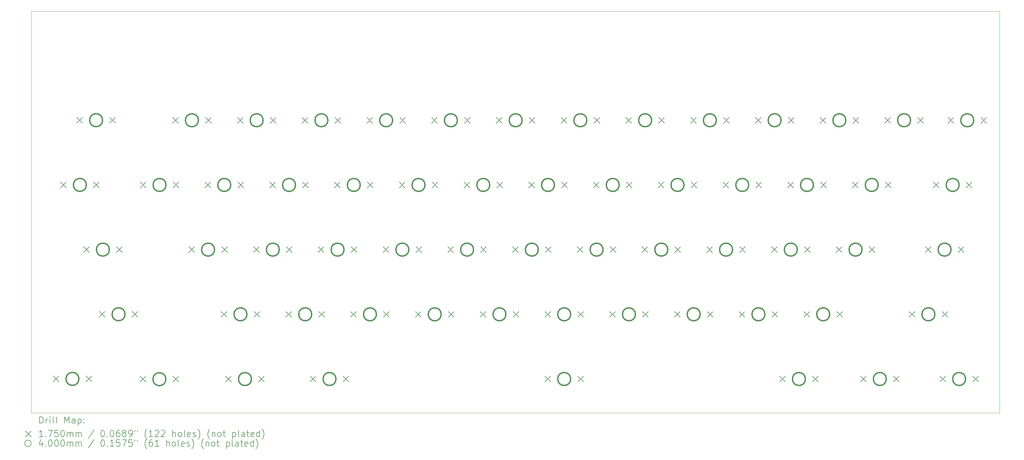
<source format=gbr>
%TF.GenerationSoftware,KiCad,Pcbnew,(6.0.7)*%
%TF.CreationDate,2022-09-06T07:40:20-07:00*%
%TF.ProjectId,60 Percent Keyboard Ardiuno Micro,36302050-6572-4636-956e-74204b657962,rev?*%
%TF.SameCoordinates,Original*%
%TF.FileFunction,Drillmap*%
%TF.FilePolarity,Positive*%
%FSLAX45Y45*%
G04 Gerber Fmt 4.5, Leading zero omitted, Abs format (unit mm)*
G04 Created by KiCad (PCBNEW (6.0.7)) date 2022-09-06 07:40:20*
%MOMM*%
%LPD*%
G01*
G04 APERTURE LIST*
%ADD10C,0.100000*%
%ADD11C,0.200000*%
%ADD12C,0.175000*%
%ADD13C,0.400000*%
G04 APERTURE END LIST*
D10*
X29790000Y-33823000D02*
X-120000Y-33823000D01*
X-120000Y-33823000D02*
X-120000Y-21400000D01*
X-120000Y-21400000D02*
X29790000Y-21400000D01*
X29790000Y-21400000D02*
X29790000Y-33823000D01*
D11*
D12*
X553500Y-32682500D02*
X728500Y-32857500D01*
X728500Y-32682500D02*
X553500Y-32857500D01*
X783500Y-26683500D02*
X958500Y-26858500D01*
X958500Y-26683500D02*
X783500Y-26858500D01*
X1284500Y-24683500D02*
X1459500Y-24858500D01*
X1459500Y-24683500D02*
X1284500Y-24858500D01*
X1494500Y-28685500D02*
X1669500Y-28860500D01*
X1669500Y-28685500D02*
X1494500Y-28860500D01*
X1569500Y-32682500D02*
X1744500Y-32857500D01*
X1744500Y-32682500D02*
X1569500Y-32857500D01*
X1799500Y-26683500D02*
X1974500Y-26858500D01*
X1974500Y-26683500D02*
X1799500Y-26858500D01*
X1978500Y-30683500D02*
X2153500Y-30858500D01*
X2153500Y-30683500D02*
X1978500Y-30858500D01*
X2300500Y-24683500D02*
X2475500Y-24858500D01*
X2475500Y-24683500D02*
X2300500Y-24858500D01*
X2510500Y-28685500D02*
X2685500Y-28860500D01*
X2685500Y-28685500D02*
X2510500Y-28860500D01*
X2994500Y-30683500D02*
X3169500Y-30858500D01*
X3169500Y-30683500D02*
X2994500Y-30858500D01*
X3239500Y-32691500D02*
X3414500Y-32866500D01*
X3414500Y-32691500D02*
X3239500Y-32866500D01*
X3244500Y-26685500D02*
X3419500Y-26860500D01*
X3419500Y-26685500D02*
X3244500Y-26860500D01*
X4244500Y-24685500D02*
X4419500Y-24860500D01*
X4419500Y-24685500D02*
X4244500Y-24860500D01*
X4255500Y-32691500D02*
X4430500Y-32866500D01*
X4430500Y-32691500D02*
X4255500Y-32866500D01*
X4260500Y-26685500D02*
X4435500Y-26860500D01*
X4435500Y-26685500D02*
X4260500Y-26860500D01*
X4744500Y-28685500D02*
X4919500Y-28860500D01*
X4919500Y-28685500D02*
X4744500Y-28860500D01*
X5244500Y-26685500D02*
X5419500Y-26860500D01*
X5419500Y-26685500D02*
X5244500Y-26860500D01*
X5260500Y-24685500D02*
X5435500Y-24860500D01*
X5435500Y-24685500D02*
X5260500Y-24860500D01*
X5744500Y-30685500D02*
X5919500Y-30860500D01*
X5919500Y-30685500D02*
X5744500Y-30860500D01*
X5760500Y-28685500D02*
X5935500Y-28860500D01*
X5935500Y-28685500D02*
X5760500Y-28860500D01*
X5883500Y-32687500D02*
X6058500Y-32862500D01*
X6058500Y-32687500D02*
X5883500Y-32862500D01*
X6244500Y-24685500D02*
X6419500Y-24860500D01*
X6419500Y-24685500D02*
X6244500Y-24860500D01*
X6260500Y-26685500D02*
X6435500Y-26860500D01*
X6435500Y-26685500D02*
X6260500Y-26860500D01*
X6744500Y-28685500D02*
X6919500Y-28860500D01*
X6919500Y-28685500D02*
X6744500Y-28860500D01*
X6760500Y-30685500D02*
X6935500Y-30860500D01*
X6935500Y-30685500D02*
X6760500Y-30860500D01*
X6899500Y-32687500D02*
X7074500Y-32862500D01*
X7074500Y-32687500D02*
X6899500Y-32862500D01*
X7244500Y-26685500D02*
X7419500Y-26860500D01*
X7419500Y-26685500D02*
X7244500Y-26860500D01*
X7260500Y-24685500D02*
X7435500Y-24860500D01*
X7435500Y-24685500D02*
X7260500Y-24860500D01*
X7744500Y-30685500D02*
X7919500Y-30860500D01*
X7919500Y-30685500D02*
X7744500Y-30860500D01*
X7760500Y-28685500D02*
X7935500Y-28860500D01*
X7935500Y-28685500D02*
X7760500Y-28860500D01*
X8244500Y-24685500D02*
X8419500Y-24860500D01*
X8419500Y-24685500D02*
X8244500Y-24860500D01*
X8260500Y-26685500D02*
X8435500Y-26860500D01*
X8435500Y-26685500D02*
X8260500Y-26860500D01*
X8494500Y-32685500D02*
X8669500Y-32860500D01*
X8669500Y-32685500D02*
X8494500Y-32860500D01*
X8744500Y-28685500D02*
X8919500Y-28860500D01*
X8919500Y-28685500D02*
X8744500Y-28860500D01*
X8760500Y-30685500D02*
X8935500Y-30860500D01*
X8935500Y-30685500D02*
X8760500Y-30860500D01*
X9244500Y-26685500D02*
X9419500Y-26860500D01*
X9419500Y-26685500D02*
X9244500Y-26860500D01*
X9260500Y-24685500D02*
X9435500Y-24860500D01*
X9435500Y-24685500D02*
X9260500Y-24860500D01*
X9510500Y-32685500D02*
X9685500Y-32860500D01*
X9685500Y-32685500D02*
X9510500Y-32860500D01*
X9744500Y-30685500D02*
X9919500Y-30860500D01*
X9919500Y-30685500D02*
X9744500Y-30860500D01*
X9760500Y-28685500D02*
X9935500Y-28860500D01*
X9935500Y-28685500D02*
X9760500Y-28860500D01*
X10244500Y-24685500D02*
X10419500Y-24860500D01*
X10419500Y-24685500D02*
X10244500Y-24860500D01*
X10260500Y-26685500D02*
X10435500Y-26860500D01*
X10435500Y-26685500D02*
X10260500Y-26860500D01*
X10744500Y-28685500D02*
X10919500Y-28860500D01*
X10919500Y-28685500D02*
X10744500Y-28860500D01*
X10760500Y-30685500D02*
X10935500Y-30860500D01*
X10935500Y-30685500D02*
X10760500Y-30860500D01*
X11244500Y-26685500D02*
X11419500Y-26860500D01*
X11419500Y-26685500D02*
X11244500Y-26860500D01*
X11260500Y-24685500D02*
X11435500Y-24860500D01*
X11435500Y-24685500D02*
X11260500Y-24860500D01*
X11744500Y-30685500D02*
X11919500Y-30860500D01*
X11919500Y-30685500D02*
X11744500Y-30860500D01*
X11760500Y-28685500D02*
X11935500Y-28860500D01*
X11935500Y-28685500D02*
X11760500Y-28860500D01*
X12244500Y-24685500D02*
X12419500Y-24860500D01*
X12419500Y-24685500D02*
X12244500Y-24860500D01*
X12260500Y-26685500D02*
X12435500Y-26860500D01*
X12435500Y-26685500D02*
X12260500Y-26860500D01*
X12744500Y-28685500D02*
X12919500Y-28860500D01*
X12919500Y-28685500D02*
X12744500Y-28860500D01*
X12760500Y-30685500D02*
X12935500Y-30860500D01*
X12935500Y-30685500D02*
X12760500Y-30860500D01*
X13244500Y-26685500D02*
X13419500Y-26860500D01*
X13419500Y-26685500D02*
X13244500Y-26860500D01*
X13260500Y-24685500D02*
X13435500Y-24860500D01*
X13435500Y-24685500D02*
X13260500Y-24860500D01*
X13744500Y-30685500D02*
X13919500Y-30860500D01*
X13919500Y-30685500D02*
X13744500Y-30860500D01*
X13760500Y-28685500D02*
X13935500Y-28860500D01*
X13935500Y-28685500D02*
X13760500Y-28860500D01*
X14244500Y-24685500D02*
X14419500Y-24860500D01*
X14419500Y-24685500D02*
X14244500Y-24860500D01*
X14260500Y-26685500D02*
X14435500Y-26860500D01*
X14435500Y-26685500D02*
X14260500Y-26860500D01*
X14744500Y-28685500D02*
X14919500Y-28860500D01*
X14919500Y-28685500D02*
X14744500Y-28860500D01*
X14760500Y-30685500D02*
X14935500Y-30860500D01*
X14935500Y-30685500D02*
X14760500Y-30860500D01*
X15244500Y-26685500D02*
X15419500Y-26860500D01*
X15419500Y-26685500D02*
X15244500Y-26860500D01*
X15260500Y-24685500D02*
X15435500Y-24860500D01*
X15435500Y-24685500D02*
X15260500Y-24860500D01*
X15744500Y-30685500D02*
X15919500Y-30860500D01*
X15919500Y-30685500D02*
X15744500Y-30860500D01*
X15744500Y-32685500D02*
X15919500Y-32860500D01*
X15919500Y-32685500D02*
X15744500Y-32860500D01*
X15760500Y-28685500D02*
X15935500Y-28860500D01*
X15935500Y-28685500D02*
X15760500Y-28860500D01*
X16244500Y-24685500D02*
X16419500Y-24860500D01*
X16419500Y-24685500D02*
X16244500Y-24860500D01*
X16260500Y-26685500D02*
X16435500Y-26860500D01*
X16435500Y-26685500D02*
X16260500Y-26860500D01*
X16744500Y-28685500D02*
X16919500Y-28860500D01*
X16919500Y-28685500D02*
X16744500Y-28860500D01*
X16760500Y-30685500D02*
X16935500Y-30860500D01*
X16935500Y-30685500D02*
X16760500Y-30860500D01*
X16760500Y-32685500D02*
X16935500Y-32860500D01*
X16935500Y-32685500D02*
X16760500Y-32860500D01*
X17244500Y-26685500D02*
X17419500Y-26860500D01*
X17419500Y-26685500D02*
X17244500Y-26860500D01*
X17260500Y-24685500D02*
X17435500Y-24860500D01*
X17435500Y-24685500D02*
X17260500Y-24860500D01*
X17744500Y-30685500D02*
X17919500Y-30860500D01*
X17919500Y-30685500D02*
X17744500Y-30860500D01*
X17760500Y-28685500D02*
X17935500Y-28860500D01*
X17935500Y-28685500D02*
X17760500Y-28860500D01*
X18244500Y-24685500D02*
X18419500Y-24860500D01*
X18419500Y-24685500D02*
X18244500Y-24860500D01*
X18260500Y-26685500D02*
X18435500Y-26860500D01*
X18435500Y-26685500D02*
X18260500Y-26860500D01*
X18744500Y-28685500D02*
X18919500Y-28860500D01*
X18919500Y-28685500D02*
X18744500Y-28860500D01*
X18760500Y-30685500D02*
X18935500Y-30860500D01*
X18935500Y-30685500D02*
X18760500Y-30860500D01*
X19244500Y-26685500D02*
X19419500Y-26860500D01*
X19419500Y-26685500D02*
X19244500Y-26860500D01*
X19260500Y-24685500D02*
X19435500Y-24860500D01*
X19435500Y-24685500D02*
X19260500Y-24860500D01*
X19744500Y-30685500D02*
X19919500Y-30860500D01*
X19919500Y-30685500D02*
X19744500Y-30860500D01*
X19760500Y-28685500D02*
X19935500Y-28860500D01*
X19935500Y-28685500D02*
X19760500Y-28860500D01*
X20244500Y-24685500D02*
X20419500Y-24860500D01*
X20419500Y-24685500D02*
X20244500Y-24860500D01*
X20260500Y-26685500D02*
X20435500Y-26860500D01*
X20435500Y-26685500D02*
X20260500Y-26860500D01*
X20744500Y-28685500D02*
X20919500Y-28860500D01*
X20919500Y-28685500D02*
X20744500Y-28860500D01*
X20760500Y-30685500D02*
X20935500Y-30860500D01*
X20935500Y-30685500D02*
X20760500Y-30860500D01*
X21244500Y-26685500D02*
X21419500Y-26860500D01*
X21419500Y-26685500D02*
X21244500Y-26860500D01*
X21260500Y-24685500D02*
X21435500Y-24860500D01*
X21435500Y-24685500D02*
X21260500Y-24860500D01*
X21744500Y-30685500D02*
X21919500Y-30860500D01*
X21919500Y-30685500D02*
X21744500Y-30860500D01*
X21760500Y-28685500D02*
X21935500Y-28860500D01*
X21935500Y-28685500D02*
X21760500Y-28860500D01*
X22244500Y-24685500D02*
X22419500Y-24860500D01*
X22419500Y-24685500D02*
X22244500Y-24860500D01*
X22260500Y-26685500D02*
X22435500Y-26860500D01*
X22435500Y-26685500D02*
X22260500Y-26860500D01*
X22744500Y-28685500D02*
X22919500Y-28860500D01*
X22919500Y-28685500D02*
X22744500Y-28860500D01*
X22760500Y-30685500D02*
X22935500Y-30860500D01*
X22935500Y-30685500D02*
X22760500Y-30860500D01*
X22994500Y-32685500D02*
X23169500Y-32860500D01*
X23169500Y-32685500D02*
X22994500Y-32860500D01*
X23244500Y-26685500D02*
X23419500Y-26860500D01*
X23419500Y-26685500D02*
X23244500Y-26860500D01*
X23260500Y-24685500D02*
X23435500Y-24860500D01*
X23435500Y-24685500D02*
X23260500Y-24860500D01*
X23744500Y-30685500D02*
X23919500Y-30860500D01*
X23919500Y-30685500D02*
X23744500Y-30860500D01*
X23760500Y-28685500D02*
X23935500Y-28860500D01*
X23935500Y-28685500D02*
X23760500Y-28860500D01*
X24010500Y-32685500D02*
X24185500Y-32860500D01*
X24185500Y-32685500D02*
X24010500Y-32860500D01*
X24244500Y-24685500D02*
X24419500Y-24860500D01*
X24419500Y-24685500D02*
X24244500Y-24860500D01*
X24260500Y-26685500D02*
X24435500Y-26860500D01*
X24435500Y-26685500D02*
X24260500Y-26860500D01*
X24744500Y-28685500D02*
X24919500Y-28860500D01*
X24919500Y-28685500D02*
X24744500Y-28860500D01*
X24760500Y-30685500D02*
X24935500Y-30860500D01*
X24935500Y-30685500D02*
X24760500Y-30860500D01*
X25244500Y-26685500D02*
X25419500Y-26860500D01*
X25419500Y-26685500D02*
X25244500Y-26860500D01*
X25260500Y-24685500D02*
X25435500Y-24860500D01*
X25435500Y-24685500D02*
X25260500Y-24860500D01*
X25494500Y-32685500D02*
X25669500Y-32860500D01*
X25669500Y-32685500D02*
X25494500Y-32860500D01*
X25760500Y-28685500D02*
X25935500Y-28860500D01*
X25935500Y-28685500D02*
X25760500Y-28860500D01*
X26244500Y-24685500D02*
X26419500Y-24860500D01*
X26419500Y-24685500D02*
X26244500Y-24860500D01*
X26260500Y-26685500D02*
X26435500Y-26860500D01*
X26435500Y-26685500D02*
X26260500Y-26860500D01*
X26510500Y-32685500D02*
X26685500Y-32860500D01*
X26685500Y-32685500D02*
X26510500Y-32860500D01*
X26994500Y-30685500D02*
X27169500Y-30860500D01*
X27169500Y-30685500D02*
X26994500Y-30860500D01*
X27260500Y-24685500D02*
X27435500Y-24860500D01*
X27435500Y-24685500D02*
X27260500Y-24860500D01*
X27494500Y-28685500D02*
X27669500Y-28860500D01*
X27669500Y-28685500D02*
X27494500Y-28860500D01*
X27744500Y-26685500D02*
X27919500Y-26860500D01*
X27919500Y-26685500D02*
X27744500Y-26860500D01*
X27944500Y-32685500D02*
X28119500Y-32860500D01*
X28119500Y-32685500D02*
X27944500Y-32860500D01*
X28010500Y-30685500D02*
X28185500Y-30860500D01*
X28185500Y-30685500D02*
X28010500Y-30860500D01*
X28194500Y-24685500D02*
X28369500Y-24860500D01*
X28369500Y-24685500D02*
X28194500Y-24860500D01*
X28510500Y-28685500D02*
X28685500Y-28860500D01*
X28685500Y-28685500D02*
X28510500Y-28860500D01*
X28760500Y-26685500D02*
X28935500Y-26860500D01*
X28935500Y-26685500D02*
X28760500Y-26860500D01*
X28960500Y-32685500D02*
X29135500Y-32860500D01*
X29135500Y-32685500D02*
X28960500Y-32860500D01*
X29210500Y-24685500D02*
X29385500Y-24860500D01*
X29385500Y-24685500D02*
X29210500Y-24860500D01*
D13*
X1349000Y-32770000D02*
G75*
G03*
X1349000Y-32770000I-200000J0D01*
G01*
X1579000Y-26771000D02*
G75*
G03*
X1579000Y-26771000I-200000J0D01*
G01*
X2080000Y-24771000D02*
G75*
G03*
X2080000Y-24771000I-200000J0D01*
G01*
X2290000Y-28773000D02*
G75*
G03*
X2290000Y-28773000I-200000J0D01*
G01*
X2774000Y-30771000D02*
G75*
G03*
X2774000Y-30771000I-200000J0D01*
G01*
X4035000Y-32779000D02*
G75*
G03*
X4035000Y-32779000I-200000J0D01*
G01*
X4040000Y-26773000D02*
G75*
G03*
X4040000Y-26773000I-200000J0D01*
G01*
X5040000Y-24773000D02*
G75*
G03*
X5040000Y-24773000I-200000J0D01*
G01*
X5540000Y-28773000D02*
G75*
G03*
X5540000Y-28773000I-200000J0D01*
G01*
X6040000Y-26773000D02*
G75*
G03*
X6040000Y-26773000I-200000J0D01*
G01*
X6540000Y-30773000D02*
G75*
G03*
X6540000Y-30773000I-200000J0D01*
G01*
X6679000Y-32775000D02*
G75*
G03*
X6679000Y-32775000I-200000J0D01*
G01*
X7040000Y-24773000D02*
G75*
G03*
X7040000Y-24773000I-200000J0D01*
G01*
X7540000Y-28773000D02*
G75*
G03*
X7540000Y-28773000I-200000J0D01*
G01*
X8040000Y-26773000D02*
G75*
G03*
X8040000Y-26773000I-200000J0D01*
G01*
X8540000Y-30773000D02*
G75*
G03*
X8540000Y-30773000I-200000J0D01*
G01*
X9040000Y-24773000D02*
G75*
G03*
X9040000Y-24773000I-200000J0D01*
G01*
X9290000Y-32773000D02*
G75*
G03*
X9290000Y-32773000I-200000J0D01*
G01*
X9540000Y-28773000D02*
G75*
G03*
X9540000Y-28773000I-200000J0D01*
G01*
X10040000Y-26773000D02*
G75*
G03*
X10040000Y-26773000I-200000J0D01*
G01*
X10540000Y-30773000D02*
G75*
G03*
X10540000Y-30773000I-200000J0D01*
G01*
X11040000Y-24773000D02*
G75*
G03*
X11040000Y-24773000I-200000J0D01*
G01*
X11540000Y-28773000D02*
G75*
G03*
X11540000Y-28773000I-200000J0D01*
G01*
X12040000Y-26773000D02*
G75*
G03*
X12040000Y-26773000I-200000J0D01*
G01*
X12540000Y-30773000D02*
G75*
G03*
X12540000Y-30773000I-200000J0D01*
G01*
X13040000Y-24773000D02*
G75*
G03*
X13040000Y-24773000I-200000J0D01*
G01*
X13540000Y-28773000D02*
G75*
G03*
X13540000Y-28773000I-200000J0D01*
G01*
X14040000Y-26773000D02*
G75*
G03*
X14040000Y-26773000I-200000J0D01*
G01*
X14540000Y-30773000D02*
G75*
G03*
X14540000Y-30773000I-200000J0D01*
G01*
X15040000Y-24773000D02*
G75*
G03*
X15040000Y-24773000I-200000J0D01*
G01*
X15540000Y-28773000D02*
G75*
G03*
X15540000Y-28773000I-200000J0D01*
G01*
X16040000Y-26773000D02*
G75*
G03*
X16040000Y-26773000I-200000J0D01*
G01*
X16540000Y-30773000D02*
G75*
G03*
X16540000Y-30773000I-200000J0D01*
G01*
X16540000Y-32773000D02*
G75*
G03*
X16540000Y-32773000I-200000J0D01*
G01*
X17040000Y-24773000D02*
G75*
G03*
X17040000Y-24773000I-200000J0D01*
G01*
X17540000Y-28773000D02*
G75*
G03*
X17540000Y-28773000I-200000J0D01*
G01*
X18040000Y-26773000D02*
G75*
G03*
X18040000Y-26773000I-200000J0D01*
G01*
X18540000Y-30773000D02*
G75*
G03*
X18540000Y-30773000I-200000J0D01*
G01*
X19040000Y-24773000D02*
G75*
G03*
X19040000Y-24773000I-200000J0D01*
G01*
X19540000Y-28773000D02*
G75*
G03*
X19540000Y-28773000I-200000J0D01*
G01*
X20040000Y-26773000D02*
G75*
G03*
X20040000Y-26773000I-200000J0D01*
G01*
X20540000Y-30773000D02*
G75*
G03*
X20540000Y-30773000I-200000J0D01*
G01*
X21040000Y-24773000D02*
G75*
G03*
X21040000Y-24773000I-200000J0D01*
G01*
X21540000Y-28773000D02*
G75*
G03*
X21540000Y-28773000I-200000J0D01*
G01*
X22040000Y-26773000D02*
G75*
G03*
X22040000Y-26773000I-200000J0D01*
G01*
X22540000Y-30773000D02*
G75*
G03*
X22540000Y-30773000I-200000J0D01*
G01*
X23040000Y-24773000D02*
G75*
G03*
X23040000Y-24773000I-200000J0D01*
G01*
X23540000Y-28773000D02*
G75*
G03*
X23540000Y-28773000I-200000J0D01*
G01*
X23790000Y-32773000D02*
G75*
G03*
X23790000Y-32773000I-200000J0D01*
G01*
X24040000Y-26773000D02*
G75*
G03*
X24040000Y-26773000I-200000J0D01*
G01*
X24540000Y-30773000D02*
G75*
G03*
X24540000Y-30773000I-200000J0D01*
G01*
X25040000Y-24773000D02*
G75*
G03*
X25040000Y-24773000I-200000J0D01*
G01*
X25540000Y-28773000D02*
G75*
G03*
X25540000Y-28773000I-200000J0D01*
G01*
X26040000Y-26773000D02*
G75*
G03*
X26040000Y-26773000I-200000J0D01*
G01*
X26290000Y-32773000D02*
G75*
G03*
X26290000Y-32773000I-200000J0D01*
G01*
X27040000Y-24773000D02*
G75*
G03*
X27040000Y-24773000I-200000J0D01*
G01*
X27790000Y-30773000D02*
G75*
G03*
X27790000Y-30773000I-200000J0D01*
G01*
X28290000Y-28773000D02*
G75*
G03*
X28290000Y-28773000I-200000J0D01*
G01*
X28540000Y-26773000D02*
G75*
G03*
X28540000Y-26773000I-200000J0D01*
G01*
X28740000Y-32773000D02*
G75*
G03*
X28740000Y-32773000I-200000J0D01*
G01*
X28990000Y-24773000D02*
G75*
G03*
X28990000Y-24773000I-200000J0D01*
G01*
D11*
X132619Y-34138476D02*
X132619Y-33938476D01*
X180238Y-33938476D01*
X208809Y-33948000D01*
X227857Y-33967048D01*
X237381Y-33986095D01*
X246905Y-34024190D01*
X246905Y-34052762D01*
X237381Y-34090857D01*
X227857Y-34109905D01*
X208809Y-34128952D01*
X180238Y-34138476D01*
X132619Y-34138476D01*
X332619Y-34138476D02*
X332619Y-34005143D01*
X332619Y-34043238D02*
X342143Y-34024190D01*
X351667Y-34014667D01*
X370714Y-34005143D01*
X389762Y-34005143D01*
X456428Y-34138476D02*
X456428Y-34005143D01*
X456428Y-33938476D02*
X446905Y-33948000D01*
X456428Y-33957524D01*
X465952Y-33948000D01*
X456428Y-33938476D01*
X456428Y-33957524D01*
X580238Y-34138476D02*
X561190Y-34128952D01*
X551667Y-34109905D01*
X551667Y-33938476D01*
X685000Y-34138476D02*
X665952Y-34128952D01*
X656429Y-34109905D01*
X656429Y-33938476D01*
X913571Y-34138476D02*
X913571Y-33938476D01*
X980238Y-34081333D01*
X1046905Y-33938476D01*
X1046905Y-34138476D01*
X1227857Y-34138476D02*
X1227857Y-34033714D01*
X1218333Y-34014667D01*
X1199286Y-34005143D01*
X1161190Y-34005143D01*
X1142143Y-34014667D01*
X1227857Y-34128952D02*
X1208810Y-34138476D01*
X1161190Y-34138476D01*
X1142143Y-34128952D01*
X1132619Y-34109905D01*
X1132619Y-34090857D01*
X1142143Y-34071810D01*
X1161190Y-34062286D01*
X1208810Y-34062286D01*
X1227857Y-34052762D01*
X1323095Y-34005143D02*
X1323095Y-34205143D01*
X1323095Y-34014667D02*
X1342143Y-34005143D01*
X1380238Y-34005143D01*
X1399286Y-34014667D01*
X1408809Y-34024190D01*
X1418333Y-34043238D01*
X1418333Y-34100381D01*
X1408809Y-34119429D01*
X1399286Y-34128952D01*
X1380238Y-34138476D01*
X1342143Y-34138476D01*
X1323095Y-34128952D01*
X1504048Y-34119429D02*
X1513571Y-34128952D01*
X1504048Y-34138476D01*
X1494524Y-34128952D01*
X1504048Y-34119429D01*
X1504048Y-34138476D01*
X1504048Y-34014667D02*
X1513571Y-34024190D01*
X1504048Y-34033714D01*
X1494524Y-34024190D01*
X1504048Y-34014667D01*
X1504048Y-34033714D01*
D12*
X-300000Y-34380500D02*
X-125000Y-34555500D01*
X-125000Y-34380500D02*
X-300000Y-34555500D01*
D11*
X237381Y-34558476D02*
X123095Y-34558476D01*
X180238Y-34558476D02*
X180238Y-34358476D01*
X161190Y-34387048D01*
X142143Y-34406095D01*
X123095Y-34415619D01*
X323095Y-34539429D02*
X332619Y-34548952D01*
X323095Y-34558476D01*
X313571Y-34548952D01*
X323095Y-34539429D01*
X323095Y-34558476D01*
X399286Y-34358476D02*
X532619Y-34358476D01*
X446905Y-34558476D01*
X704048Y-34358476D02*
X608810Y-34358476D01*
X599286Y-34453714D01*
X608810Y-34444190D01*
X627857Y-34434667D01*
X675476Y-34434667D01*
X694524Y-34444190D01*
X704048Y-34453714D01*
X713571Y-34472762D01*
X713571Y-34520381D01*
X704048Y-34539429D01*
X694524Y-34548952D01*
X675476Y-34558476D01*
X627857Y-34558476D01*
X608810Y-34548952D01*
X599286Y-34539429D01*
X837381Y-34358476D02*
X856428Y-34358476D01*
X875476Y-34368000D01*
X885000Y-34377524D01*
X894524Y-34396571D01*
X904048Y-34434667D01*
X904048Y-34482286D01*
X894524Y-34520381D01*
X885000Y-34539429D01*
X875476Y-34548952D01*
X856428Y-34558476D01*
X837381Y-34558476D01*
X818333Y-34548952D01*
X808809Y-34539429D01*
X799286Y-34520381D01*
X789762Y-34482286D01*
X789762Y-34434667D01*
X799286Y-34396571D01*
X808809Y-34377524D01*
X818333Y-34368000D01*
X837381Y-34358476D01*
X989762Y-34558476D02*
X989762Y-34425143D01*
X989762Y-34444190D02*
X999286Y-34434667D01*
X1018333Y-34425143D01*
X1046905Y-34425143D01*
X1065952Y-34434667D01*
X1075476Y-34453714D01*
X1075476Y-34558476D01*
X1075476Y-34453714D02*
X1085000Y-34434667D01*
X1104048Y-34425143D01*
X1132619Y-34425143D01*
X1151667Y-34434667D01*
X1161190Y-34453714D01*
X1161190Y-34558476D01*
X1256429Y-34558476D02*
X1256429Y-34425143D01*
X1256429Y-34444190D02*
X1265952Y-34434667D01*
X1285000Y-34425143D01*
X1313571Y-34425143D01*
X1332619Y-34434667D01*
X1342143Y-34453714D01*
X1342143Y-34558476D01*
X1342143Y-34453714D02*
X1351667Y-34434667D01*
X1370714Y-34425143D01*
X1399286Y-34425143D01*
X1418333Y-34434667D01*
X1427857Y-34453714D01*
X1427857Y-34558476D01*
X1818333Y-34348952D02*
X1646905Y-34606095D01*
X2075476Y-34358476D02*
X2094524Y-34358476D01*
X2113571Y-34368000D01*
X2123095Y-34377524D01*
X2132619Y-34396571D01*
X2142143Y-34434667D01*
X2142143Y-34482286D01*
X2132619Y-34520381D01*
X2123095Y-34539429D01*
X2113571Y-34548952D01*
X2094524Y-34558476D01*
X2075476Y-34558476D01*
X2056428Y-34548952D01*
X2046905Y-34539429D01*
X2037381Y-34520381D01*
X2027857Y-34482286D01*
X2027857Y-34434667D01*
X2037381Y-34396571D01*
X2046905Y-34377524D01*
X2056428Y-34368000D01*
X2075476Y-34358476D01*
X2227857Y-34539429D02*
X2237381Y-34548952D01*
X2227857Y-34558476D01*
X2218333Y-34548952D01*
X2227857Y-34539429D01*
X2227857Y-34558476D01*
X2361190Y-34358476D02*
X2380238Y-34358476D01*
X2399286Y-34368000D01*
X2408810Y-34377524D01*
X2418333Y-34396571D01*
X2427857Y-34434667D01*
X2427857Y-34482286D01*
X2418333Y-34520381D01*
X2408810Y-34539429D01*
X2399286Y-34548952D01*
X2380238Y-34558476D01*
X2361190Y-34558476D01*
X2342143Y-34548952D01*
X2332619Y-34539429D01*
X2323095Y-34520381D01*
X2313571Y-34482286D01*
X2313571Y-34434667D01*
X2323095Y-34396571D01*
X2332619Y-34377524D01*
X2342143Y-34368000D01*
X2361190Y-34358476D01*
X2599286Y-34358476D02*
X2561190Y-34358476D01*
X2542143Y-34368000D01*
X2532619Y-34377524D01*
X2513571Y-34406095D01*
X2504048Y-34444190D01*
X2504048Y-34520381D01*
X2513571Y-34539429D01*
X2523095Y-34548952D01*
X2542143Y-34558476D01*
X2580238Y-34558476D01*
X2599286Y-34548952D01*
X2608810Y-34539429D01*
X2618333Y-34520381D01*
X2618333Y-34472762D01*
X2608810Y-34453714D01*
X2599286Y-34444190D01*
X2580238Y-34434667D01*
X2542143Y-34434667D01*
X2523095Y-34444190D01*
X2513571Y-34453714D01*
X2504048Y-34472762D01*
X2732619Y-34444190D02*
X2713571Y-34434667D01*
X2704048Y-34425143D01*
X2694524Y-34406095D01*
X2694524Y-34396571D01*
X2704048Y-34377524D01*
X2713571Y-34368000D01*
X2732619Y-34358476D01*
X2770714Y-34358476D01*
X2789762Y-34368000D01*
X2799286Y-34377524D01*
X2808809Y-34396571D01*
X2808809Y-34406095D01*
X2799286Y-34425143D01*
X2789762Y-34434667D01*
X2770714Y-34444190D01*
X2732619Y-34444190D01*
X2713571Y-34453714D01*
X2704048Y-34463238D01*
X2694524Y-34482286D01*
X2694524Y-34520381D01*
X2704048Y-34539429D01*
X2713571Y-34548952D01*
X2732619Y-34558476D01*
X2770714Y-34558476D01*
X2789762Y-34548952D01*
X2799286Y-34539429D01*
X2808809Y-34520381D01*
X2808809Y-34482286D01*
X2799286Y-34463238D01*
X2789762Y-34453714D01*
X2770714Y-34444190D01*
X2904048Y-34558476D02*
X2942143Y-34558476D01*
X2961190Y-34548952D01*
X2970714Y-34539429D01*
X2989762Y-34510857D01*
X2999286Y-34472762D01*
X2999286Y-34396571D01*
X2989762Y-34377524D01*
X2980238Y-34368000D01*
X2961190Y-34358476D01*
X2923095Y-34358476D01*
X2904048Y-34368000D01*
X2894524Y-34377524D01*
X2885000Y-34396571D01*
X2885000Y-34444190D01*
X2894524Y-34463238D01*
X2904048Y-34472762D01*
X2923095Y-34482286D01*
X2961190Y-34482286D01*
X2980238Y-34472762D01*
X2989762Y-34463238D01*
X2999286Y-34444190D01*
X3075476Y-34358476D02*
X3075476Y-34396571D01*
X3151667Y-34358476D02*
X3151667Y-34396571D01*
X3446905Y-34634667D02*
X3437381Y-34625143D01*
X3418333Y-34596571D01*
X3408809Y-34577524D01*
X3399286Y-34548952D01*
X3389762Y-34501333D01*
X3389762Y-34463238D01*
X3399286Y-34415619D01*
X3408809Y-34387048D01*
X3418333Y-34368000D01*
X3437381Y-34339429D01*
X3446905Y-34329905D01*
X3627857Y-34558476D02*
X3513571Y-34558476D01*
X3570714Y-34558476D02*
X3570714Y-34358476D01*
X3551667Y-34387048D01*
X3532619Y-34406095D01*
X3513571Y-34415619D01*
X3704048Y-34377524D02*
X3713571Y-34368000D01*
X3732619Y-34358476D01*
X3780238Y-34358476D01*
X3799286Y-34368000D01*
X3808809Y-34377524D01*
X3818333Y-34396571D01*
X3818333Y-34415619D01*
X3808809Y-34444190D01*
X3694524Y-34558476D01*
X3818333Y-34558476D01*
X3894524Y-34377524D02*
X3904048Y-34368000D01*
X3923095Y-34358476D01*
X3970714Y-34358476D01*
X3989762Y-34368000D01*
X3999286Y-34377524D01*
X4008809Y-34396571D01*
X4008809Y-34415619D01*
X3999286Y-34444190D01*
X3885000Y-34558476D01*
X4008809Y-34558476D01*
X4246905Y-34558476D02*
X4246905Y-34358476D01*
X4332619Y-34558476D02*
X4332619Y-34453714D01*
X4323095Y-34434667D01*
X4304048Y-34425143D01*
X4275476Y-34425143D01*
X4256429Y-34434667D01*
X4246905Y-34444190D01*
X4456429Y-34558476D02*
X4437381Y-34548952D01*
X4427857Y-34539429D01*
X4418333Y-34520381D01*
X4418333Y-34463238D01*
X4427857Y-34444190D01*
X4437381Y-34434667D01*
X4456429Y-34425143D01*
X4485000Y-34425143D01*
X4504048Y-34434667D01*
X4513571Y-34444190D01*
X4523095Y-34463238D01*
X4523095Y-34520381D01*
X4513571Y-34539429D01*
X4504048Y-34548952D01*
X4485000Y-34558476D01*
X4456429Y-34558476D01*
X4637381Y-34558476D02*
X4618333Y-34548952D01*
X4608810Y-34529905D01*
X4608810Y-34358476D01*
X4789762Y-34548952D02*
X4770714Y-34558476D01*
X4732619Y-34558476D01*
X4713571Y-34548952D01*
X4704048Y-34529905D01*
X4704048Y-34453714D01*
X4713571Y-34434667D01*
X4732619Y-34425143D01*
X4770714Y-34425143D01*
X4789762Y-34434667D01*
X4799286Y-34453714D01*
X4799286Y-34472762D01*
X4704048Y-34491810D01*
X4875476Y-34548952D02*
X4894524Y-34558476D01*
X4932619Y-34558476D01*
X4951667Y-34548952D01*
X4961190Y-34529905D01*
X4961190Y-34520381D01*
X4951667Y-34501333D01*
X4932619Y-34491810D01*
X4904048Y-34491810D01*
X4885000Y-34482286D01*
X4875476Y-34463238D01*
X4875476Y-34453714D01*
X4885000Y-34434667D01*
X4904048Y-34425143D01*
X4932619Y-34425143D01*
X4951667Y-34434667D01*
X5027857Y-34634667D02*
X5037381Y-34625143D01*
X5056429Y-34596571D01*
X5065952Y-34577524D01*
X5075476Y-34548952D01*
X5085000Y-34501333D01*
X5085000Y-34463238D01*
X5075476Y-34415619D01*
X5065952Y-34387048D01*
X5056429Y-34368000D01*
X5037381Y-34339429D01*
X5027857Y-34329905D01*
X5389762Y-34634667D02*
X5380238Y-34625143D01*
X5361190Y-34596571D01*
X5351667Y-34577524D01*
X5342143Y-34548952D01*
X5332619Y-34501333D01*
X5332619Y-34463238D01*
X5342143Y-34415619D01*
X5351667Y-34387048D01*
X5361190Y-34368000D01*
X5380238Y-34339429D01*
X5389762Y-34329905D01*
X5465952Y-34425143D02*
X5465952Y-34558476D01*
X5465952Y-34444190D02*
X5475476Y-34434667D01*
X5494524Y-34425143D01*
X5523095Y-34425143D01*
X5542143Y-34434667D01*
X5551667Y-34453714D01*
X5551667Y-34558476D01*
X5675476Y-34558476D02*
X5656428Y-34548952D01*
X5646905Y-34539429D01*
X5637381Y-34520381D01*
X5637381Y-34463238D01*
X5646905Y-34444190D01*
X5656428Y-34434667D01*
X5675476Y-34425143D01*
X5704048Y-34425143D01*
X5723095Y-34434667D01*
X5732619Y-34444190D01*
X5742143Y-34463238D01*
X5742143Y-34520381D01*
X5732619Y-34539429D01*
X5723095Y-34548952D01*
X5704048Y-34558476D01*
X5675476Y-34558476D01*
X5799286Y-34425143D02*
X5875476Y-34425143D01*
X5827857Y-34358476D02*
X5827857Y-34529905D01*
X5837381Y-34548952D01*
X5856428Y-34558476D01*
X5875476Y-34558476D01*
X6094524Y-34425143D02*
X6094524Y-34625143D01*
X6094524Y-34434667D02*
X6113571Y-34425143D01*
X6151667Y-34425143D01*
X6170714Y-34434667D01*
X6180238Y-34444190D01*
X6189762Y-34463238D01*
X6189762Y-34520381D01*
X6180238Y-34539429D01*
X6170714Y-34548952D01*
X6151667Y-34558476D01*
X6113571Y-34558476D01*
X6094524Y-34548952D01*
X6304048Y-34558476D02*
X6285000Y-34548952D01*
X6275476Y-34529905D01*
X6275476Y-34358476D01*
X6465952Y-34558476D02*
X6465952Y-34453714D01*
X6456428Y-34434667D01*
X6437381Y-34425143D01*
X6399286Y-34425143D01*
X6380238Y-34434667D01*
X6465952Y-34548952D02*
X6446905Y-34558476D01*
X6399286Y-34558476D01*
X6380238Y-34548952D01*
X6370714Y-34529905D01*
X6370714Y-34510857D01*
X6380238Y-34491810D01*
X6399286Y-34482286D01*
X6446905Y-34482286D01*
X6465952Y-34472762D01*
X6532619Y-34425143D02*
X6608809Y-34425143D01*
X6561190Y-34358476D02*
X6561190Y-34529905D01*
X6570714Y-34548952D01*
X6589762Y-34558476D01*
X6608809Y-34558476D01*
X6751667Y-34548952D02*
X6732619Y-34558476D01*
X6694524Y-34558476D01*
X6675476Y-34548952D01*
X6665952Y-34529905D01*
X6665952Y-34453714D01*
X6675476Y-34434667D01*
X6694524Y-34425143D01*
X6732619Y-34425143D01*
X6751667Y-34434667D01*
X6761190Y-34453714D01*
X6761190Y-34472762D01*
X6665952Y-34491810D01*
X6932619Y-34558476D02*
X6932619Y-34358476D01*
X6932619Y-34548952D02*
X6913571Y-34558476D01*
X6875476Y-34558476D01*
X6856428Y-34548952D01*
X6846905Y-34539429D01*
X6837381Y-34520381D01*
X6837381Y-34463238D01*
X6846905Y-34444190D01*
X6856428Y-34434667D01*
X6875476Y-34425143D01*
X6913571Y-34425143D01*
X6932619Y-34434667D01*
X7008809Y-34634667D02*
X7018333Y-34625143D01*
X7037381Y-34596571D01*
X7046905Y-34577524D01*
X7056428Y-34548952D01*
X7065952Y-34501333D01*
X7065952Y-34463238D01*
X7056428Y-34415619D01*
X7046905Y-34387048D01*
X7037381Y-34368000D01*
X7018333Y-34339429D01*
X7008809Y-34329905D01*
X-125000Y-34763000D02*
G75*
G03*
X-125000Y-34763000I-100000J0D01*
G01*
X218333Y-34720143D02*
X218333Y-34853476D01*
X170714Y-34643952D02*
X123095Y-34786810D01*
X246905Y-34786810D01*
X323095Y-34834429D02*
X332619Y-34843952D01*
X323095Y-34853476D01*
X313571Y-34843952D01*
X323095Y-34834429D01*
X323095Y-34853476D01*
X456428Y-34653476D02*
X475476Y-34653476D01*
X494524Y-34663000D01*
X504048Y-34672524D01*
X513571Y-34691571D01*
X523095Y-34729667D01*
X523095Y-34777286D01*
X513571Y-34815381D01*
X504048Y-34834429D01*
X494524Y-34843952D01*
X475476Y-34853476D01*
X456428Y-34853476D01*
X437381Y-34843952D01*
X427857Y-34834429D01*
X418333Y-34815381D01*
X408809Y-34777286D01*
X408809Y-34729667D01*
X418333Y-34691571D01*
X427857Y-34672524D01*
X437381Y-34663000D01*
X456428Y-34653476D01*
X646905Y-34653476D02*
X665952Y-34653476D01*
X685000Y-34663000D01*
X694524Y-34672524D01*
X704048Y-34691571D01*
X713571Y-34729667D01*
X713571Y-34777286D01*
X704048Y-34815381D01*
X694524Y-34834429D01*
X685000Y-34843952D01*
X665952Y-34853476D01*
X646905Y-34853476D01*
X627857Y-34843952D01*
X618333Y-34834429D01*
X608810Y-34815381D01*
X599286Y-34777286D01*
X599286Y-34729667D01*
X608810Y-34691571D01*
X618333Y-34672524D01*
X627857Y-34663000D01*
X646905Y-34653476D01*
X837381Y-34653476D02*
X856428Y-34653476D01*
X875476Y-34663000D01*
X885000Y-34672524D01*
X894524Y-34691571D01*
X904048Y-34729667D01*
X904048Y-34777286D01*
X894524Y-34815381D01*
X885000Y-34834429D01*
X875476Y-34843952D01*
X856428Y-34853476D01*
X837381Y-34853476D01*
X818333Y-34843952D01*
X808809Y-34834429D01*
X799286Y-34815381D01*
X789762Y-34777286D01*
X789762Y-34729667D01*
X799286Y-34691571D01*
X808809Y-34672524D01*
X818333Y-34663000D01*
X837381Y-34653476D01*
X989762Y-34853476D02*
X989762Y-34720143D01*
X989762Y-34739190D02*
X999286Y-34729667D01*
X1018333Y-34720143D01*
X1046905Y-34720143D01*
X1065952Y-34729667D01*
X1075476Y-34748714D01*
X1075476Y-34853476D01*
X1075476Y-34748714D02*
X1085000Y-34729667D01*
X1104048Y-34720143D01*
X1132619Y-34720143D01*
X1151667Y-34729667D01*
X1161190Y-34748714D01*
X1161190Y-34853476D01*
X1256429Y-34853476D02*
X1256429Y-34720143D01*
X1256429Y-34739190D02*
X1265952Y-34729667D01*
X1285000Y-34720143D01*
X1313571Y-34720143D01*
X1332619Y-34729667D01*
X1342143Y-34748714D01*
X1342143Y-34853476D01*
X1342143Y-34748714D02*
X1351667Y-34729667D01*
X1370714Y-34720143D01*
X1399286Y-34720143D01*
X1418333Y-34729667D01*
X1427857Y-34748714D01*
X1427857Y-34853476D01*
X1818333Y-34643952D02*
X1646905Y-34901095D01*
X2075476Y-34653476D02*
X2094524Y-34653476D01*
X2113571Y-34663000D01*
X2123095Y-34672524D01*
X2132619Y-34691571D01*
X2142143Y-34729667D01*
X2142143Y-34777286D01*
X2132619Y-34815381D01*
X2123095Y-34834429D01*
X2113571Y-34843952D01*
X2094524Y-34853476D01*
X2075476Y-34853476D01*
X2056428Y-34843952D01*
X2046905Y-34834429D01*
X2037381Y-34815381D01*
X2027857Y-34777286D01*
X2027857Y-34729667D01*
X2037381Y-34691571D01*
X2046905Y-34672524D01*
X2056428Y-34663000D01*
X2075476Y-34653476D01*
X2227857Y-34834429D02*
X2237381Y-34843952D01*
X2227857Y-34853476D01*
X2218333Y-34843952D01*
X2227857Y-34834429D01*
X2227857Y-34853476D01*
X2427857Y-34853476D02*
X2313571Y-34853476D01*
X2370714Y-34853476D02*
X2370714Y-34653476D01*
X2351667Y-34682048D01*
X2332619Y-34701095D01*
X2313571Y-34710619D01*
X2608810Y-34653476D02*
X2513571Y-34653476D01*
X2504048Y-34748714D01*
X2513571Y-34739190D01*
X2532619Y-34729667D01*
X2580238Y-34729667D01*
X2599286Y-34739190D01*
X2608810Y-34748714D01*
X2618333Y-34767762D01*
X2618333Y-34815381D01*
X2608810Y-34834429D01*
X2599286Y-34843952D01*
X2580238Y-34853476D01*
X2532619Y-34853476D01*
X2513571Y-34843952D01*
X2504048Y-34834429D01*
X2685000Y-34653476D02*
X2818333Y-34653476D01*
X2732619Y-34853476D01*
X2989762Y-34653476D02*
X2894524Y-34653476D01*
X2885000Y-34748714D01*
X2894524Y-34739190D01*
X2913571Y-34729667D01*
X2961190Y-34729667D01*
X2980238Y-34739190D01*
X2989762Y-34748714D01*
X2999286Y-34767762D01*
X2999286Y-34815381D01*
X2989762Y-34834429D01*
X2980238Y-34843952D01*
X2961190Y-34853476D01*
X2913571Y-34853476D01*
X2894524Y-34843952D01*
X2885000Y-34834429D01*
X3075476Y-34653476D02*
X3075476Y-34691571D01*
X3151667Y-34653476D02*
X3151667Y-34691571D01*
X3446905Y-34929667D02*
X3437381Y-34920143D01*
X3418333Y-34891571D01*
X3408809Y-34872524D01*
X3399286Y-34843952D01*
X3389762Y-34796333D01*
X3389762Y-34758238D01*
X3399286Y-34710619D01*
X3408809Y-34682048D01*
X3418333Y-34663000D01*
X3437381Y-34634429D01*
X3446905Y-34624905D01*
X3608809Y-34653476D02*
X3570714Y-34653476D01*
X3551667Y-34663000D01*
X3542143Y-34672524D01*
X3523095Y-34701095D01*
X3513571Y-34739190D01*
X3513571Y-34815381D01*
X3523095Y-34834429D01*
X3532619Y-34843952D01*
X3551667Y-34853476D01*
X3589762Y-34853476D01*
X3608809Y-34843952D01*
X3618333Y-34834429D01*
X3627857Y-34815381D01*
X3627857Y-34767762D01*
X3618333Y-34748714D01*
X3608809Y-34739190D01*
X3589762Y-34729667D01*
X3551667Y-34729667D01*
X3532619Y-34739190D01*
X3523095Y-34748714D01*
X3513571Y-34767762D01*
X3818333Y-34853476D02*
X3704048Y-34853476D01*
X3761190Y-34853476D02*
X3761190Y-34653476D01*
X3742143Y-34682048D01*
X3723095Y-34701095D01*
X3704048Y-34710619D01*
X4056428Y-34853476D02*
X4056428Y-34653476D01*
X4142143Y-34853476D02*
X4142143Y-34748714D01*
X4132619Y-34729667D01*
X4113571Y-34720143D01*
X4085000Y-34720143D01*
X4065952Y-34729667D01*
X4056428Y-34739190D01*
X4265952Y-34853476D02*
X4246905Y-34843952D01*
X4237381Y-34834429D01*
X4227857Y-34815381D01*
X4227857Y-34758238D01*
X4237381Y-34739190D01*
X4246905Y-34729667D01*
X4265952Y-34720143D01*
X4294524Y-34720143D01*
X4313571Y-34729667D01*
X4323095Y-34739190D01*
X4332619Y-34758238D01*
X4332619Y-34815381D01*
X4323095Y-34834429D01*
X4313571Y-34843952D01*
X4294524Y-34853476D01*
X4265952Y-34853476D01*
X4446905Y-34853476D02*
X4427857Y-34843952D01*
X4418333Y-34824905D01*
X4418333Y-34653476D01*
X4599286Y-34843952D02*
X4580238Y-34853476D01*
X4542143Y-34853476D01*
X4523095Y-34843952D01*
X4513571Y-34824905D01*
X4513571Y-34748714D01*
X4523095Y-34729667D01*
X4542143Y-34720143D01*
X4580238Y-34720143D01*
X4599286Y-34729667D01*
X4608810Y-34748714D01*
X4608810Y-34767762D01*
X4513571Y-34786810D01*
X4685000Y-34843952D02*
X4704048Y-34853476D01*
X4742143Y-34853476D01*
X4761190Y-34843952D01*
X4770714Y-34824905D01*
X4770714Y-34815381D01*
X4761190Y-34796333D01*
X4742143Y-34786810D01*
X4713571Y-34786810D01*
X4694524Y-34777286D01*
X4685000Y-34758238D01*
X4685000Y-34748714D01*
X4694524Y-34729667D01*
X4713571Y-34720143D01*
X4742143Y-34720143D01*
X4761190Y-34729667D01*
X4837381Y-34929667D02*
X4846905Y-34920143D01*
X4865952Y-34891571D01*
X4875476Y-34872524D01*
X4885000Y-34843952D01*
X4894524Y-34796333D01*
X4894524Y-34758238D01*
X4885000Y-34710619D01*
X4875476Y-34682048D01*
X4865952Y-34663000D01*
X4846905Y-34634429D01*
X4837381Y-34624905D01*
X5199286Y-34929667D02*
X5189762Y-34920143D01*
X5170714Y-34891571D01*
X5161190Y-34872524D01*
X5151667Y-34843952D01*
X5142143Y-34796333D01*
X5142143Y-34758238D01*
X5151667Y-34710619D01*
X5161190Y-34682048D01*
X5170714Y-34663000D01*
X5189762Y-34634429D01*
X5199286Y-34624905D01*
X5275476Y-34720143D02*
X5275476Y-34853476D01*
X5275476Y-34739190D02*
X5285000Y-34729667D01*
X5304048Y-34720143D01*
X5332619Y-34720143D01*
X5351667Y-34729667D01*
X5361190Y-34748714D01*
X5361190Y-34853476D01*
X5485000Y-34853476D02*
X5465952Y-34843952D01*
X5456429Y-34834429D01*
X5446905Y-34815381D01*
X5446905Y-34758238D01*
X5456429Y-34739190D01*
X5465952Y-34729667D01*
X5485000Y-34720143D01*
X5513571Y-34720143D01*
X5532619Y-34729667D01*
X5542143Y-34739190D01*
X5551667Y-34758238D01*
X5551667Y-34815381D01*
X5542143Y-34834429D01*
X5532619Y-34843952D01*
X5513571Y-34853476D01*
X5485000Y-34853476D01*
X5608809Y-34720143D02*
X5685000Y-34720143D01*
X5637381Y-34653476D02*
X5637381Y-34824905D01*
X5646905Y-34843952D01*
X5665952Y-34853476D01*
X5685000Y-34853476D01*
X5904048Y-34720143D02*
X5904048Y-34920143D01*
X5904048Y-34729667D02*
X5923095Y-34720143D01*
X5961190Y-34720143D01*
X5980238Y-34729667D01*
X5989762Y-34739190D01*
X5999286Y-34758238D01*
X5999286Y-34815381D01*
X5989762Y-34834429D01*
X5980238Y-34843952D01*
X5961190Y-34853476D01*
X5923095Y-34853476D01*
X5904048Y-34843952D01*
X6113571Y-34853476D02*
X6094524Y-34843952D01*
X6085000Y-34824905D01*
X6085000Y-34653476D01*
X6275476Y-34853476D02*
X6275476Y-34748714D01*
X6265952Y-34729667D01*
X6246905Y-34720143D01*
X6208809Y-34720143D01*
X6189762Y-34729667D01*
X6275476Y-34843952D02*
X6256428Y-34853476D01*
X6208809Y-34853476D01*
X6189762Y-34843952D01*
X6180238Y-34824905D01*
X6180238Y-34805857D01*
X6189762Y-34786810D01*
X6208809Y-34777286D01*
X6256428Y-34777286D01*
X6275476Y-34767762D01*
X6342143Y-34720143D02*
X6418333Y-34720143D01*
X6370714Y-34653476D02*
X6370714Y-34824905D01*
X6380238Y-34843952D01*
X6399286Y-34853476D01*
X6418333Y-34853476D01*
X6561190Y-34843952D02*
X6542143Y-34853476D01*
X6504048Y-34853476D01*
X6485000Y-34843952D01*
X6475476Y-34824905D01*
X6475476Y-34748714D01*
X6485000Y-34729667D01*
X6504048Y-34720143D01*
X6542143Y-34720143D01*
X6561190Y-34729667D01*
X6570714Y-34748714D01*
X6570714Y-34767762D01*
X6475476Y-34786810D01*
X6742143Y-34853476D02*
X6742143Y-34653476D01*
X6742143Y-34843952D02*
X6723095Y-34853476D01*
X6685000Y-34853476D01*
X6665952Y-34843952D01*
X6656428Y-34834429D01*
X6646905Y-34815381D01*
X6646905Y-34758238D01*
X6656428Y-34739190D01*
X6665952Y-34729667D01*
X6685000Y-34720143D01*
X6723095Y-34720143D01*
X6742143Y-34729667D01*
X6818333Y-34929667D02*
X6827857Y-34920143D01*
X6846905Y-34891571D01*
X6856428Y-34872524D01*
X6865952Y-34843952D01*
X6875476Y-34796333D01*
X6875476Y-34758238D01*
X6865952Y-34710619D01*
X6856428Y-34682048D01*
X6846905Y-34663000D01*
X6827857Y-34634429D01*
X6818333Y-34624905D01*
M02*

</source>
